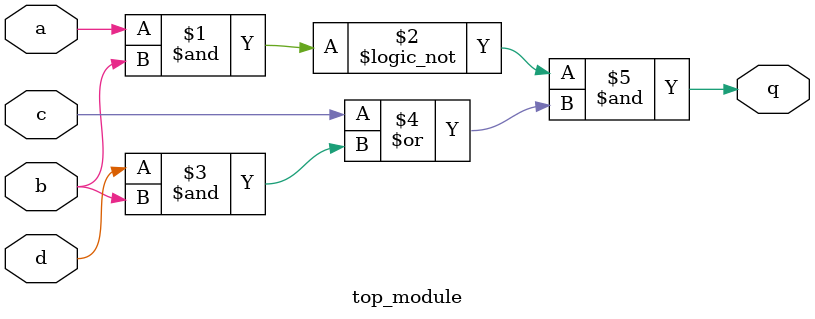
<source format=sv>
module top_module (
	input a, 
	input b, 
	input c, 
	input d,
	output q
);

wire q;

// Define the combinational circuit
assign q = !(a & b) & (c | (d & b));

endmodule

</source>
